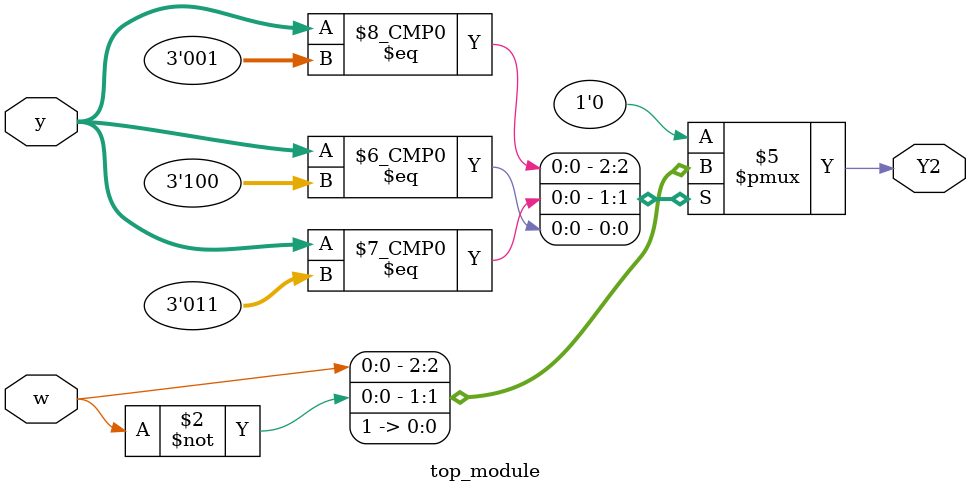
<source format=sv>
module top_module(
    input [3:1] y,
    input w,
    output reg Y2);

    always @(*) begin
        case (y)
            3'b000: Y2 = 0; // A -> B (if w=0) or A
            3'b001: Y2 = w; // B -> C (if w=0) or D (if w=1)
            3'b010: Y2 = 0; // C -> E (if w=0) or D
            3'b011: Y2 = ~w; // D -> F (if w=0) or A
            3'b100: Y2 = 1; // E -> E (if w=0) or D
            3'b101: Y2 = 0; // F -> C (if w=0) or D
            default: Y2 = 1'b0; // Default case to handle any illegal state
        endcase
    end
endmodule

</source>
